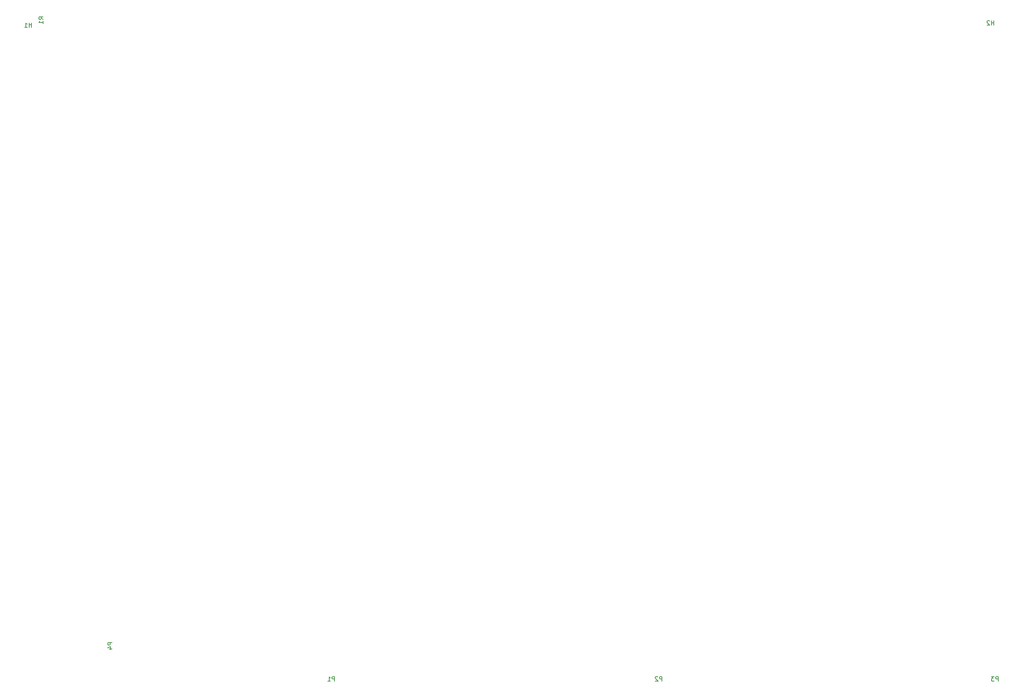
<source format=gbr>
%TF.GenerationSoftware,KiCad,Pcbnew,(6.0.11)*%
%TF.CreationDate,2023-09-03T08:35:34-04:00*%
%TF.ProjectId,template.prototyping,74656d70-6c61-4746-952e-70726f746f74,rev?*%
%TF.SameCoordinates,Original*%
%TF.FileFunction,Legend,Bot*%
%TF.FilePolarity,Positive*%
%FSLAX46Y46*%
G04 Gerber Fmt 4.6, Leading zero omitted, Abs format (unit mm)*
G04 Created by KiCad (PCBNEW (6.0.11)) date 2023-09-03 08:35:34*
%MOMM*%
%LPD*%
G01*
G04 APERTURE LIST*
%ADD10C,0.150000*%
G04 APERTURE END LIST*
D10*
%TO.C,P1*%
X112738095Y-226452380D02*
X112738095Y-225452380D01*
X112357142Y-225452380D01*
X112261904Y-225500000D01*
X112214285Y-225547619D01*
X112166666Y-225642857D01*
X112166666Y-225785714D01*
X112214285Y-225880952D01*
X112261904Y-225928571D01*
X112357142Y-225976190D01*
X112738095Y-225976190D01*
X111214285Y-226452380D02*
X111785714Y-226452380D01*
X111500000Y-226452380D02*
X111500000Y-225452380D01*
X111595238Y-225595238D01*
X111690476Y-225690476D01*
X111785714Y-225738095D01*
%TO.C,P2*%
X186738095Y-226452380D02*
X186738095Y-225452380D01*
X186357142Y-225452380D01*
X186261904Y-225500000D01*
X186214285Y-225547619D01*
X186166666Y-225642857D01*
X186166666Y-225785714D01*
X186214285Y-225880952D01*
X186261904Y-225928571D01*
X186357142Y-225976190D01*
X186738095Y-225976190D01*
X185785714Y-225547619D02*
X185738095Y-225500000D01*
X185642857Y-225452380D01*
X185404761Y-225452380D01*
X185309523Y-225500000D01*
X185261904Y-225547619D01*
X185214285Y-225642857D01*
X185214285Y-225738095D01*
X185261904Y-225880952D01*
X185833333Y-226452380D01*
X185214285Y-226452380D01*
%TO.C,H1*%
X44261904Y-78702380D02*
X44261904Y-77702380D01*
X44261904Y-78178571D02*
X43690476Y-78178571D01*
X43690476Y-78702380D02*
X43690476Y-77702380D01*
X42690476Y-78702380D02*
X43261904Y-78702380D01*
X42976190Y-78702380D02*
X42976190Y-77702380D01*
X43071428Y-77845238D01*
X43166666Y-77940476D01*
X43261904Y-77988095D01*
%TO.C,H2*%
X261761904Y-78202380D02*
X261761904Y-77202380D01*
X261761904Y-77678571D02*
X261190476Y-77678571D01*
X261190476Y-78202380D02*
X261190476Y-77202380D01*
X260761904Y-77297619D02*
X260714285Y-77250000D01*
X260619047Y-77202380D01*
X260380952Y-77202380D01*
X260285714Y-77250000D01*
X260238095Y-77297619D01*
X260190476Y-77392857D01*
X260190476Y-77488095D01*
X260238095Y-77630952D01*
X260809523Y-78202380D01*
X260190476Y-78202380D01*
%TO.C,P3*%
X262738095Y-226452380D02*
X262738095Y-225452380D01*
X262357142Y-225452380D01*
X262261904Y-225500000D01*
X262214285Y-225547619D01*
X262166666Y-225642857D01*
X262166666Y-225785714D01*
X262214285Y-225880952D01*
X262261904Y-225928571D01*
X262357142Y-225976190D01*
X262738095Y-225976190D01*
X261833333Y-225452380D02*
X261214285Y-225452380D01*
X261547619Y-225833333D01*
X261404761Y-225833333D01*
X261309523Y-225880952D01*
X261261904Y-225928571D01*
X261214285Y-226023809D01*
X261214285Y-226261904D01*
X261261904Y-226357142D01*
X261309523Y-226404761D01*
X261404761Y-226452380D01*
X261690476Y-226452380D01*
X261785714Y-226404761D01*
X261833333Y-226357142D01*
%TO.C,R1*%
X46882380Y-76925333D02*
X46406190Y-76592000D01*
X46882380Y-76353904D02*
X45882380Y-76353904D01*
X45882380Y-76734857D01*
X45930000Y-76830095D01*
X45977619Y-76877714D01*
X46072857Y-76925333D01*
X46215714Y-76925333D01*
X46310952Y-76877714D01*
X46358571Y-76830095D01*
X46406190Y-76734857D01*
X46406190Y-76353904D01*
X46882380Y-77877714D02*
X46882380Y-77306285D01*
X46882380Y-77592000D02*
X45882380Y-77592000D01*
X46025238Y-77496761D01*
X46120476Y-77401523D01*
X46168095Y-77306285D01*
%TO.C,P4*%
X62452380Y-217761904D02*
X61452380Y-217761904D01*
X61452380Y-218142857D01*
X61500000Y-218238095D01*
X61547619Y-218285714D01*
X61642857Y-218333333D01*
X61785714Y-218333333D01*
X61880952Y-218285714D01*
X61928571Y-218238095D01*
X61976190Y-218142857D01*
X61976190Y-217761904D01*
X61785714Y-219190476D02*
X62452380Y-219190476D01*
X61404761Y-218952380D02*
X62119047Y-218714285D01*
X62119047Y-219333333D01*
%TD*%
M02*

</source>
